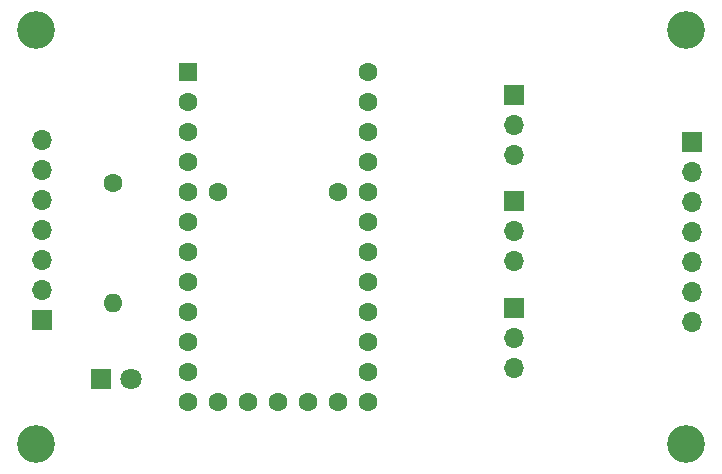
<source format=gbr>
%TF.GenerationSoftware,KiCad,Pcbnew,9.0.1*%
%TF.CreationDate,2025-05-04T20:41:54+10:00*%
%TF.ProjectId,payload_controlboard,7061796c-6f61-4645-9f63-6f6e74726f6c,rev?*%
%TF.SameCoordinates,Original*%
%TF.FileFunction,Soldermask,Bot*%
%TF.FilePolarity,Negative*%
%FSLAX46Y46*%
G04 Gerber Fmt 4.6, Leading zero omitted, Abs format (unit mm)*
G04 Created by KiCad (PCBNEW 9.0.1) date 2025-05-04 20:41:54*
%MOMM*%
%LPD*%
G01*
G04 APERTURE LIST*
%ADD10R,1.700000X1.700000*%
%ADD11O,1.700000X1.700000*%
%ADD12C,3.200000*%
%ADD13C,1.600000*%
%ADD14O,1.600000X1.600000*%
%ADD15R,1.800000X1.800000*%
%ADD16C,1.800000*%
%ADD17R,1.600000X1.600000*%
G04 APERTURE END LIST*
D10*
%TO.C,J5*%
X107500000Y-102540000D03*
D11*
X107500000Y-100000000D03*
X107500000Y-97460000D03*
X107500000Y-94920000D03*
X107500000Y-92380000D03*
X107500000Y-89840000D03*
X107500000Y-87300000D03*
%TD*%
D12*
%TO.C,H2*%
X162000000Y-78000000D03*
%TD*%
%TO.C,H1*%
X107000000Y-78000000D03*
%TD*%
D13*
%TO.C,R1*%
X113500000Y-90920000D03*
D14*
X113500000Y-101080000D03*
%TD*%
D10*
%TO.C,J2*%
X147500000Y-92475000D03*
D11*
X147500000Y-95015000D03*
X147500000Y-97555000D03*
%TD*%
D10*
%TO.C,J1*%
X147500000Y-101475000D03*
D11*
X147500000Y-104015000D03*
X147500000Y-106555000D03*
%TD*%
D15*
%TO.C,D1*%
X112460000Y-107500000D03*
D16*
X115000000Y-107500000D03*
%TD*%
D12*
%TO.C,H3*%
X107000000Y-113000000D03*
%TD*%
%TO.C,H4*%
X162000000Y-113000000D03*
%TD*%
D10*
%TO.C,J3*%
X162500000Y-87420000D03*
D11*
X162500000Y-89960000D03*
X162500000Y-92500000D03*
X162500000Y-95040000D03*
X162500000Y-97580000D03*
X162500000Y-100120000D03*
X162500000Y-102660000D03*
%TD*%
D17*
%TO.C,U2*%
X119880000Y-81530000D03*
D13*
X119880000Y-84070000D03*
X119880000Y-86610000D03*
X119880000Y-89150000D03*
X119880000Y-91690000D03*
X119880000Y-94230000D03*
X119880000Y-96770000D03*
X119880000Y-99310000D03*
X119880000Y-101850000D03*
X119880000Y-104390000D03*
X119880000Y-106930000D03*
X119880000Y-109470000D03*
X122420000Y-109470000D03*
X124960000Y-109470000D03*
X127500000Y-109470000D03*
X130040000Y-109470000D03*
X132580000Y-109470000D03*
X135120000Y-109470000D03*
X135120000Y-106930000D03*
X135120000Y-104390000D03*
X135120000Y-101850000D03*
X135120000Y-99310000D03*
X135120000Y-96770000D03*
X135120000Y-94230000D03*
X135120000Y-91690000D03*
X135120000Y-89150000D03*
X135120000Y-86610000D03*
X135120000Y-84070000D03*
X135120000Y-81530000D03*
X122420000Y-91690000D03*
X132580000Y-91690000D03*
%TD*%
D10*
%TO.C,J4*%
X147500000Y-83475000D03*
D11*
X147500000Y-86015000D03*
X147500000Y-88555000D03*
%TD*%
M02*

</source>
